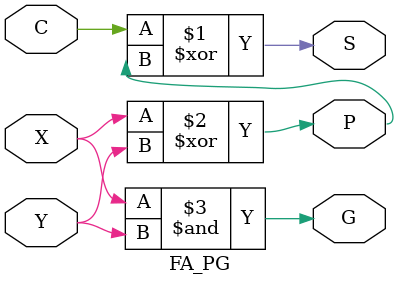
<source format=sv>
module FA_PG( // Full Adder_Propogate Generate
	input X, Y, C,
	output S, P, G
);

	assign S = C ^ P; // Sum Output
	assign P = X ^ Y; // Carry Propogate (Will pass on a carried over 1 to next place)
	assign G = X & Y; // Carry Generate (Will generate a 1 which will be carried over to next place, regardless of C)

endmodule

</source>
